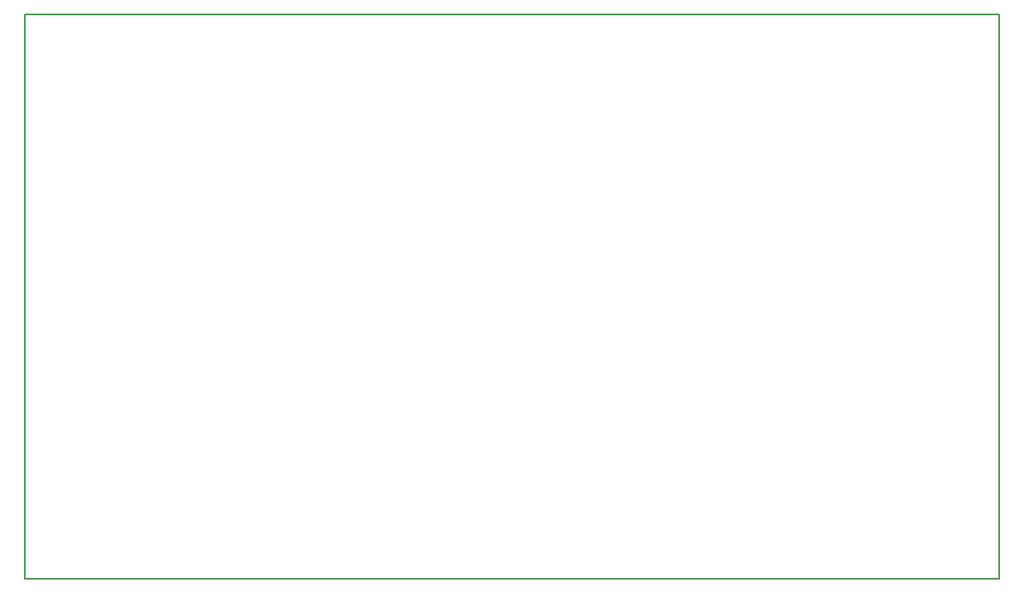
<source format=gbr>
G04 #@! TF.FileFunction,Profile,NP*
%FSLAX46Y46*%
G04 Gerber Fmt 4.6, Leading zero omitted, Abs format (unit mm)*
G04 Created by KiCad (PCBNEW 0.201509221857+6208~30~ubuntu14.04.1-product) date Fri 23 Oct 2015 02:53:06 PM CDT*
%MOMM*%
G01*
G04 APERTURE LIST*
%ADD10C,0.100000*%
%ADD11C,0.150000*%
G04 APERTURE END LIST*
D10*
D11*
X107950000Y-111760000D02*
X107950000Y-72390000D01*
X210820000Y-72390000D02*
X107950000Y-72390000D01*
X210820000Y-132080000D02*
X210820000Y-72390000D01*
X107950000Y-132080000D02*
X210820000Y-132080000D01*
X107950000Y-111760000D02*
X107950000Y-132080000D01*
M02*

</source>
